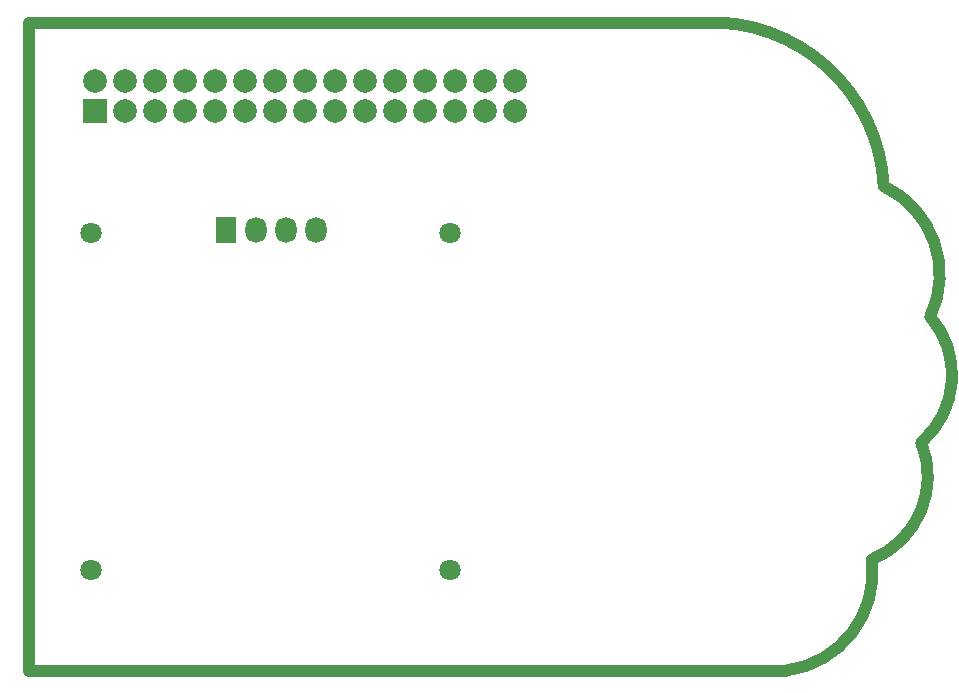
<source format=gbs>
G04*
G04 #@! TF.GenerationSoftware,Altium Limited,Altium Designer,20.0.12 (288)*
G04*
G04 Layer_Color=16711935*
%FSLAX44Y44*%
%MOMM*%
G71*
G01*
G75*
%ADD29C,1.0000*%
%ADD44C,2.0032*%
%ADD45R,2.0032X2.0032*%
%ADD46C,1.8032*%
%ADD47O,1.8032X2.2032*%
%ADD48R,1.8032X2.2032*%
D29*
X762000Y199390D02*
G03*
X769620Y306070I-49530J57150D01*
G01*
X730250Y416560D02*
G03*
X576580Y554990I-146050J-7620D01*
G01*
X769620Y306070D02*
G03*
X730250Y416560I-74930J35560D01*
G01*
X720090Y100330D02*
G03*
X762000Y199390I-28575J70485D01*
G01*
X647700Y6350D02*
G03*
X720090Y100330I-10795J83185D01*
G01*
X6350Y554990D02*
X576580D01*
X6350Y6350D02*
X647700D01*
X6350D02*
Y554990D01*
D44*
X417830Y505620D02*
D03*
X392430D02*
D03*
X367030D02*
D03*
X341630D02*
D03*
X316230D02*
D03*
X290830D02*
D03*
X265430D02*
D03*
X240030D02*
D03*
X214630D02*
D03*
X189230D02*
D03*
X163830D02*
D03*
X138430D02*
D03*
X113030D02*
D03*
X87630D02*
D03*
X62230D02*
D03*
X417830Y480220D02*
D03*
X392430D02*
D03*
X367030D02*
D03*
X341630D02*
D03*
X316230D02*
D03*
X290830D02*
D03*
X265430D02*
D03*
X240030D02*
D03*
X214630D02*
D03*
X189230D02*
D03*
X163830D02*
D03*
X138430D02*
D03*
X113030D02*
D03*
X87630D02*
D03*
D45*
X62230D02*
D03*
D46*
X59220Y376600D02*
D03*
Y91600D02*
D03*
X363220Y376600D02*
D03*
Y91600D02*
D03*
D47*
X249320Y379600D02*
D03*
X223920D02*
D03*
X198520D02*
D03*
D48*
X173120D02*
D03*
M02*

</source>
